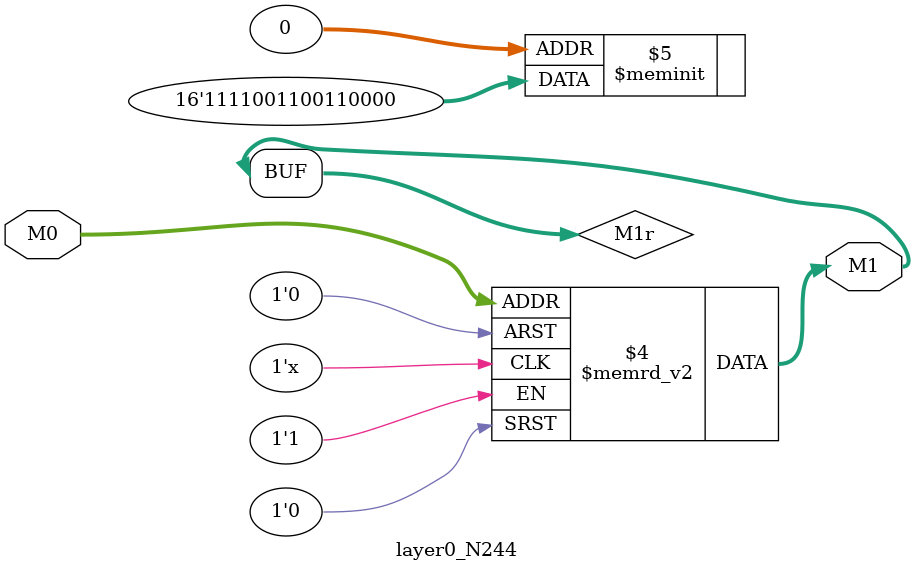
<source format=v>
module layer0_N244 ( input [2:0] M0, output [1:0] M1 );

	(*rom_style = "distributed" *) reg [1:0] M1r;
	assign M1 = M1r;
	always @ (M0) begin
		case (M0)
			3'b000: M1r = 2'b00;
			3'b100: M1r = 2'b11;
			3'b010: M1r = 2'b11;
			3'b110: M1r = 2'b11;
			3'b001: M1r = 2'b00;
			3'b101: M1r = 2'b00;
			3'b011: M1r = 2'b00;
			3'b111: M1r = 2'b11;

		endcase
	end
endmodule

</source>
